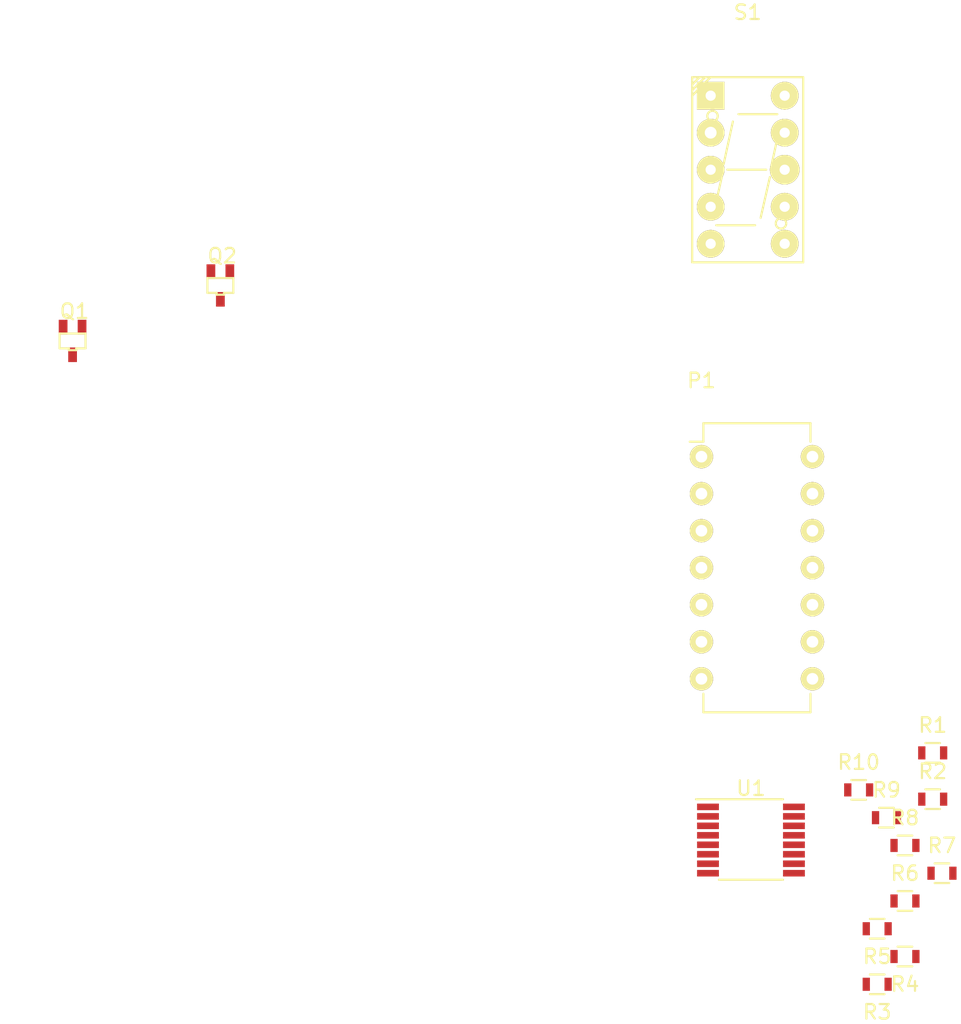
<source format=kicad_pcb>
(kicad_pcb (version 4) (host pcbnew 4.0.0-stable)

  (general
    (links 36)
    (no_connects 33)
    (area 0 0 0 0)
    (thickness 1.6)
    (drawings 0)
    (tracks 0)
    (zones 0)
    (modules 15)
    (nets 31)
  )

  (page A4)
  (layers
    (0 F.Cu signal)
    (31 B.Cu signal)
    (32 B.Adhes user)
    (33 F.Adhes user)
    (34 B.Paste user)
    (35 F.Paste user)
    (36 B.SilkS user)
    (37 F.SilkS user)
    (38 B.Mask user)
    (39 F.Mask user)
    (40 Dwgs.User user)
    (41 Cmts.User user)
    (42 Eco1.User user)
    (43 Eco2.User user)
    (44 Edge.Cuts user)
    (45 Margin user)
    (46 B.CrtYd user)
    (47 F.CrtYd user)
    (48 B.Fab user)
    (49 F.Fab user)
  )

  (setup
    (last_trace_width 0.25)
    (trace_clearance 0.2)
    (zone_clearance 0.508)
    (zone_45_only no)
    (trace_min 0.2)
    (segment_width 0.2)
    (edge_width 0.15)
    (via_size 0.6)
    (via_drill 0.4)
    (via_min_size 0.4)
    (via_min_drill 0.3)
    (uvia_size 0.3)
    (uvia_drill 0.1)
    (uvias_allowed no)
    (uvia_min_size 0.2)
    (uvia_min_drill 0.1)
    (pcb_text_width 0.3)
    (pcb_text_size 1.5 1.5)
    (mod_edge_width 0.15)
    (mod_text_size 1 1)
    (mod_text_width 0.15)
    (pad_size 1.524 1.524)
    (pad_drill 0.762)
    (pad_to_mask_clearance 0.2)
    (aux_axis_origin 0 0)
    (visible_elements FFFFFF7F)
    (pcbplotparams
      (layerselection 0x00030_80000001)
      (usegerberextensions false)
      (excludeedgelayer true)
      (linewidth 0.100000)
      (plotframeref false)
      (viasonmask false)
      (mode 1)
      (useauxorigin false)
      (hpglpennumber 1)
      (hpglpenspeed 20)
      (hpglpendiameter 15)
      (hpglpenoverlay 2)
      (psnegative false)
      (psa4output false)
      (plotreference true)
      (plotvalue true)
      (plotinvisibletext false)
      (padsonsilk false)
      (subtractmaskfromsilk false)
      (outputformat 1)
      (mirror false)
      (drillshape 1)
      (scaleselection 1)
      (outputdirectory ""))
  )

  (net 0 "")
  (net 1 +5V)
  (net 2 "Net-(P1-Pad2)")
  (net 3 "Net-(P1-Pad3)")
  (net 4 "Net-(P1-Pad4)")
  (net 5 "Net-(P1-Pad5)")
  (net 6 "Net-(P1-Pad6)")
  (net 7 GND)
  (net 8 "Net-(P1-Pad8)")
  (net 9 "Net-(P1-Pad9)")
  (net 10 "Net-(P1-Pad10)")
  (net 11 "Net-(P1-Pad11)")
  (net 12 "Net-(P1-Pad12)")
  (net 13 "Net-(P1-Pad13)")
  (net 14 VDD)
  (net 15 "Net-(Q1-Pad1)")
  (net 16 "Net-(R3-Pad1)")
  (net 17 "Net-(R3-Pad2)")
  (net 18 "Net-(R4-Pad1)")
  (net 19 "Net-(R4-Pad2)")
  (net 20 "Net-(R5-Pad1)")
  (net 21 "Net-(R5-Pad2)")
  (net 22 "Net-(R6-Pad1)")
  (net 23 "Net-(R6-Pad2)")
  (net 24 "Net-(R7-Pad1)")
  (net 25 "Net-(R7-Pad2)")
  (net 26 "Net-(R8-Pad1)")
  (net 27 "Net-(R8-Pad2)")
  (net 28 "Net-(R9-Pad1)")
  (net 29 "Net-(R9-Pad2)")
  (net 30 "Net-(R10-Pad1)")

  (net_class Default "This is the default net class."
    (clearance 0.2)
    (trace_width 0.25)
    (via_dia 0.6)
    (via_drill 0.4)
    (uvia_dia 0.3)
    (uvia_drill 0.1)
    (add_net +5V)
    (add_net GND)
    (add_net "Net-(P1-Pad10)")
    (add_net "Net-(P1-Pad11)")
    (add_net "Net-(P1-Pad12)")
    (add_net "Net-(P1-Pad13)")
    (add_net "Net-(P1-Pad2)")
    (add_net "Net-(P1-Pad3)")
    (add_net "Net-(P1-Pad4)")
    (add_net "Net-(P1-Pad5)")
    (add_net "Net-(P1-Pad6)")
    (add_net "Net-(P1-Pad8)")
    (add_net "Net-(P1-Pad9)")
    (add_net "Net-(Q1-Pad1)")
    (add_net "Net-(R10-Pad1)")
    (add_net "Net-(R3-Pad1)")
    (add_net "Net-(R3-Pad2)")
    (add_net "Net-(R4-Pad1)")
    (add_net "Net-(R4-Pad2)")
    (add_net "Net-(R5-Pad1)")
    (add_net "Net-(R5-Pad2)")
    (add_net "Net-(R6-Pad1)")
    (add_net "Net-(R6-Pad2)")
    (add_net "Net-(R7-Pad1)")
    (add_net "Net-(R7-Pad2)")
    (add_net "Net-(R8-Pad1)")
    (add_net "Net-(R8-Pad2)")
    (add_net "Net-(R9-Pad1)")
    (add_net "Net-(R9-Pad2)")
    (add_net VDD)
  )

  (module Housings_DIP:DIP-14_W7.62mm (layer F.Cu) (tedit 54130A77) (tstamp 57E048B9)
    (at 180.975 99.06)
    (descr "14-lead dip package, row spacing 7.62 mm (300 mils)")
    (tags "dil dip 2.54 300")
    (path /57E00234)
    (fp_text reference P1 (at 0 -5.22) (layer F.SilkS)
      (effects (font (size 1 1) (thickness 0.15)))
    )
    (fp_text value DIL14 (at 0 -3.72) (layer F.Fab)
      (effects (font (size 1 1) (thickness 0.15)))
    )
    (fp_line (start -1.05 -2.45) (end -1.05 17.7) (layer F.CrtYd) (width 0.05))
    (fp_line (start 8.65 -2.45) (end 8.65 17.7) (layer F.CrtYd) (width 0.05))
    (fp_line (start -1.05 -2.45) (end 8.65 -2.45) (layer F.CrtYd) (width 0.05))
    (fp_line (start -1.05 17.7) (end 8.65 17.7) (layer F.CrtYd) (width 0.05))
    (fp_line (start 0.135 -2.295) (end 0.135 -1.025) (layer F.SilkS) (width 0.15))
    (fp_line (start 7.485 -2.295) (end 7.485 -1.025) (layer F.SilkS) (width 0.15))
    (fp_line (start 7.485 17.535) (end 7.485 16.265) (layer F.SilkS) (width 0.15))
    (fp_line (start 0.135 17.535) (end 0.135 16.265) (layer F.SilkS) (width 0.15))
    (fp_line (start 0.135 -2.295) (end 7.485 -2.295) (layer F.SilkS) (width 0.15))
    (fp_line (start 0.135 17.535) (end 7.485 17.535) (layer F.SilkS) (width 0.15))
    (fp_line (start 0.135 -1.025) (end -0.8 -1.025) (layer F.SilkS) (width 0.15))
    (pad 1 thru_hole oval (at 0 0) (size 1.6 1.6) (drill 0.8) (layers *.Cu *.Mask F.SilkS)
      (net 1 +5V))
    (pad 2 thru_hole oval (at 0 2.54) (size 1.6 1.6) (drill 0.8) (layers *.Cu *.Mask F.SilkS)
      (net 2 "Net-(P1-Pad2)"))
    (pad 3 thru_hole oval (at 0 5.08) (size 1.6 1.6) (drill 0.8) (layers *.Cu *.Mask F.SilkS)
      (net 3 "Net-(P1-Pad3)"))
    (pad 4 thru_hole oval (at 0 7.62) (size 1.6 1.6) (drill 0.8) (layers *.Cu *.Mask F.SilkS)
      (net 4 "Net-(P1-Pad4)"))
    (pad 5 thru_hole oval (at 0 10.16) (size 1.6 1.6) (drill 0.8) (layers *.Cu *.Mask F.SilkS)
      (net 5 "Net-(P1-Pad5)"))
    (pad 6 thru_hole oval (at 0 12.7) (size 1.6 1.6) (drill 0.8) (layers *.Cu *.Mask F.SilkS)
      (net 6 "Net-(P1-Pad6)"))
    (pad 7 thru_hole oval (at 0 15.24) (size 1.6 1.6) (drill 0.8) (layers *.Cu *.Mask F.SilkS)
      (net 7 GND))
    (pad 8 thru_hole oval (at 7.62 15.24) (size 1.6 1.6) (drill 0.8) (layers *.Cu *.Mask F.SilkS)
      (net 8 "Net-(P1-Pad8)"))
    (pad 9 thru_hole oval (at 7.62 12.7) (size 1.6 1.6) (drill 0.8) (layers *.Cu *.Mask F.SilkS)
      (net 9 "Net-(P1-Pad9)"))
    (pad 10 thru_hole oval (at 7.62 10.16) (size 1.6 1.6) (drill 0.8) (layers *.Cu *.Mask F.SilkS)
      (net 10 "Net-(P1-Pad10)"))
    (pad 11 thru_hole oval (at 7.62 7.62) (size 1.6 1.6) (drill 0.8) (layers *.Cu *.Mask F.SilkS)
      (net 11 "Net-(P1-Pad11)"))
    (pad 12 thru_hole oval (at 7.62 5.08) (size 1.6 1.6) (drill 0.8) (layers *.Cu *.Mask F.SilkS)
      (net 12 "Net-(P1-Pad12)"))
    (pad 13 thru_hole oval (at 7.62 2.54) (size 1.6 1.6) (drill 0.8) (layers *.Cu *.Mask F.SilkS)
      (net 13 "Net-(P1-Pad13)"))
    (pad 14 thru_hole oval (at 7.62 0) (size 1.6 1.6) (drill 0.8) (layers *.Cu *.Mask F.SilkS)
      (net 14 VDD))
    (model Housings_DIP.3dshapes/DIP-14_W7.62mm.wrl
      (at (xyz 0 0 0))
      (scale (xyz 1 1 1))
      (rotate (xyz 0 0 0))
    )
  )

  (module TO_SOT_Packages_SMD:SOT-323 (layer F.Cu) (tedit 0) (tstamp 57E048C0)
    (at 137.81024 91.11996)
    (tags "SMD SOT")
    (path /57E026D3)
    (attr smd)
    (fp_text reference Q1 (at 0.127 -2.032) (layer F.SilkS)
      (effects (font (size 1 1) (thickness 0.15)))
    )
    (fp_text value Q_NMOS_DGS (at 0 0) (layer F.Fab)
      (effects (font (size 1 1) (thickness 0.15)))
    )
    (fp_line (start 0.254 0.508) (end 0.889 0.508) (layer F.SilkS) (width 0.15))
    (fp_line (start 0.889 0.508) (end 0.889 -0.508) (layer F.SilkS) (width 0.15))
    (fp_line (start -0.889 -0.508) (end -0.889 0.508) (layer F.SilkS) (width 0.15))
    (fp_line (start -0.889 0.508) (end -0.254 0.508) (layer F.SilkS) (width 0.15))
    (fp_line (start 0.254 0.635) (end 0.254 0.508) (layer F.SilkS) (width 0.15))
    (fp_line (start -0.254 0.508) (end -0.254 0.635) (layer F.SilkS) (width 0.15))
    (fp_line (start 0.889 -0.508) (end -0.889 -0.508) (layer F.SilkS) (width 0.15))
    (fp_line (start -0.254 0.635) (end 0.254 0.635) (layer F.SilkS) (width 0.15))
    (pad 2 smd rect (at -0.65024 -0.94996) (size 0.59944 1.00076) (layers F.Cu F.Paste F.Mask)
      (net 10 "Net-(P1-Pad10)"))
    (pad 1 smd rect (at 0.65024 -0.94996) (size 0.59944 1.00076) (layers F.Cu F.Paste F.Mask)
      (net 15 "Net-(Q1-Pad1)"))
    (pad 3 smd rect (at 0 0.94996) (size 0.59944 1.00076) (layers F.Cu F.Paste F.Mask)
      (net 7 GND))
    (model TO_SOT_Packages_SMD.3dshapes/SOT-323.wrl
      (at (xyz 0 0 0.001))
      (scale (xyz 0.3937 0.3937 0.3937))
      (rotate (xyz 0 0 0))
    )
  )

  (module TO_SOT_Packages_SMD:SOT-323 (layer F.Cu) (tedit 0) (tstamp 57E048C7)
    (at 147.955 87.31504)
    (tags "SMD SOT")
    (path /57E0271C)
    (attr smd)
    (fp_text reference Q2 (at 0.127 -2.032) (layer F.SilkS)
      (effects (font (size 1 1) (thickness 0.15)))
    )
    (fp_text value Q_NMOS_DGS (at 0 0) (layer F.Fab)
      (effects (font (size 1 1) (thickness 0.15)))
    )
    (fp_line (start 0.254 0.508) (end 0.889 0.508) (layer F.SilkS) (width 0.15))
    (fp_line (start 0.889 0.508) (end 0.889 -0.508) (layer F.SilkS) (width 0.15))
    (fp_line (start -0.889 -0.508) (end -0.889 0.508) (layer F.SilkS) (width 0.15))
    (fp_line (start -0.889 0.508) (end -0.254 0.508) (layer F.SilkS) (width 0.15))
    (fp_line (start 0.254 0.635) (end 0.254 0.508) (layer F.SilkS) (width 0.15))
    (fp_line (start -0.254 0.508) (end -0.254 0.635) (layer F.SilkS) (width 0.15))
    (fp_line (start 0.889 -0.508) (end -0.889 -0.508) (layer F.SilkS) (width 0.15))
    (fp_line (start -0.254 0.635) (end 0.254 0.635) (layer F.SilkS) (width 0.15))
    (pad 2 smd rect (at -0.65024 -0.94996) (size 0.59944 1.00076) (layers F.Cu F.Paste F.Mask)
      (net 4 "Net-(P1-Pad4)"))
    (pad 1 smd rect (at 0.65024 -0.94996) (size 0.59944 1.00076) (layers F.Cu F.Paste F.Mask)
      (net 15 "Net-(Q1-Pad1)"))
    (pad 3 smd rect (at 0 0.94996) (size 0.59944 1.00076) (layers F.Cu F.Paste F.Mask)
      (net 7 GND))
    (model TO_SOT_Packages_SMD.3dshapes/SOT-323.wrl
      (at (xyz 0 0 0.001))
      (scale (xyz 0.3937 0.3937 0.3937))
      (rotate (xyz 0 0 0))
    )
  )

  (module Resistors_SMD:R_0603 (layer F.Cu) (tedit 5415CC62) (tstamp 57E048CD)
    (at 196.85 119.38)
    (descr "Resistor SMD 0603, reflow soldering, Vishay (see dcrcw.pdf)")
    (tags "resistor 0603")
    (path /57E02906)
    (attr smd)
    (fp_text reference R1 (at 0 -1.9) (layer F.SilkS)
      (effects (font (size 1 1) (thickness 0.15)))
    )
    (fp_text value R (at 0 1.9) (layer F.Fab)
      (effects (font (size 1 1) (thickness 0.15)))
    )
    (fp_line (start -1.3 -0.8) (end 1.3 -0.8) (layer F.CrtYd) (width 0.05))
    (fp_line (start -1.3 0.8) (end 1.3 0.8) (layer F.CrtYd) (width 0.05))
    (fp_line (start -1.3 -0.8) (end -1.3 0.8) (layer F.CrtYd) (width 0.05))
    (fp_line (start 1.3 -0.8) (end 1.3 0.8) (layer F.CrtYd) (width 0.05))
    (fp_line (start 0.5 0.675) (end -0.5 0.675) (layer F.SilkS) (width 0.15))
    (fp_line (start -0.5 -0.675) (end 0.5 -0.675) (layer F.SilkS) (width 0.15))
    (pad 1 smd rect (at -0.75 0) (size 0.5 0.9) (layers F.Cu F.Paste F.Mask)
      (net 10 "Net-(P1-Pad10)"))
    (pad 2 smd rect (at 0.75 0) (size 0.5 0.9) (layers F.Cu F.Paste F.Mask)
      (net 7 GND))
    (model Resistors_SMD.3dshapes/R_0603.wrl
      (at (xyz 0 0 0))
      (scale (xyz 1 1 1))
      (rotate (xyz 0 0 0))
    )
  )

  (module Resistors_SMD:R_0603 (layer F.Cu) (tedit 5415CC62) (tstamp 57E048D3)
    (at 196.85 122.555)
    (descr "Resistor SMD 0603, reflow soldering, Vishay (see dcrcw.pdf)")
    (tags "resistor 0603")
    (path /57E02947)
    (attr smd)
    (fp_text reference R2 (at 0 -1.9) (layer F.SilkS)
      (effects (font (size 1 1) (thickness 0.15)))
    )
    (fp_text value R (at 0 1.9) (layer F.Fab)
      (effects (font (size 1 1) (thickness 0.15)))
    )
    (fp_line (start -1.3 -0.8) (end 1.3 -0.8) (layer F.CrtYd) (width 0.05))
    (fp_line (start -1.3 0.8) (end 1.3 0.8) (layer F.CrtYd) (width 0.05))
    (fp_line (start -1.3 -0.8) (end -1.3 0.8) (layer F.CrtYd) (width 0.05))
    (fp_line (start 1.3 -0.8) (end 1.3 0.8) (layer F.CrtYd) (width 0.05))
    (fp_line (start 0.5 0.675) (end -0.5 0.675) (layer F.SilkS) (width 0.15))
    (fp_line (start -0.5 -0.675) (end 0.5 -0.675) (layer F.SilkS) (width 0.15))
    (pad 1 smd rect (at -0.75 0) (size 0.5 0.9) (layers F.Cu F.Paste F.Mask)
      (net 4 "Net-(P1-Pad4)"))
    (pad 2 smd rect (at 0.75 0) (size 0.5 0.9) (layers F.Cu F.Paste F.Mask)
      (net 7 GND))
    (model Resistors_SMD.3dshapes/R_0603.wrl
      (at (xyz 0 0 0))
      (scale (xyz 1 1 1))
      (rotate (xyz 0 0 0))
    )
  )

  (module Resistors_SMD:R_0603 (layer F.Cu) (tedit 5415CC62) (tstamp 57E048D9)
    (at 193.04 135.255 180)
    (descr "Resistor SMD 0603, reflow soldering, Vishay (see dcrcw.pdf)")
    (tags "resistor 0603")
    (path /57DEBD77)
    (attr smd)
    (fp_text reference R3 (at 0 -1.9 180) (layer F.SilkS)
      (effects (font (size 1 1) (thickness 0.15)))
    )
    (fp_text value R (at 0 1.9 180) (layer F.Fab)
      (effects (font (size 1 1) (thickness 0.15)))
    )
    (fp_line (start -1.3 -0.8) (end 1.3 -0.8) (layer F.CrtYd) (width 0.05))
    (fp_line (start -1.3 0.8) (end 1.3 0.8) (layer F.CrtYd) (width 0.05))
    (fp_line (start -1.3 -0.8) (end -1.3 0.8) (layer F.CrtYd) (width 0.05))
    (fp_line (start 1.3 -0.8) (end 1.3 0.8) (layer F.CrtYd) (width 0.05))
    (fp_line (start 0.5 0.675) (end -0.5 0.675) (layer F.SilkS) (width 0.15))
    (fp_line (start -0.5 -0.675) (end 0.5 -0.675) (layer F.SilkS) (width 0.15))
    (pad 1 smd rect (at -0.75 0 180) (size 0.5 0.9) (layers F.Cu F.Paste F.Mask)
      (net 16 "Net-(R3-Pad1)"))
    (pad 2 smd rect (at 0.75 0 180) (size 0.5 0.9) (layers F.Cu F.Paste F.Mask)
      (net 17 "Net-(R3-Pad2)"))
    (model Resistors_SMD.3dshapes/R_0603.wrl
      (at (xyz 0 0 0))
      (scale (xyz 1 1 1))
      (rotate (xyz 0 0 0))
    )
  )

  (module Resistors_SMD:R_0603 (layer F.Cu) (tedit 5415CC62) (tstamp 57E048DF)
    (at 194.945 133.35 180)
    (descr "Resistor SMD 0603, reflow soldering, Vishay (see dcrcw.pdf)")
    (tags "resistor 0603")
    (path /57DEBDD4)
    (attr smd)
    (fp_text reference R4 (at 0 -1.9 180) (layer F.SilkS)
      (effects (font (size 1 1) (thickness 0.15)))
    )
    (fp_text value R (at 0 1.9 180) (layer F.Fab)
      (effects (font (size 1 1) (thickness 0.15)))
    )
    (fp_line (start -1.3 -0.8) (end 1.3 -0.8) (layer F.CrtYd) (width 0.05))
    (fp_line (start -1.3 0.8) (end 1.3 0.8) (layer F.CrtYd) (width 0.05))
    (fp_line (start -1.3 -0.8) (end -1.3 0.8) (layer F.CrtYd) (width 0.05))
    (fp_line (start 1.3 -0.8) (end 1.3 0.8) (layer F.CrtYd) (width 0.05))
    (fp_line (start 0.5 0.675) (end -0.5 0.675) (layer F.SilkS) (width 0.15))
    (fp_line (start -0.5 -0.675) (end 0.5 -0.675) (layer F.SilkS) (width 0.15))
    (pad 1 smd rect (at -0.75 0 180) (size 0.5 0.9) (layers F.Cu F.Paste F.Mask)
      (net 18 "Net-(R4-Pad1)"))
    (pad 2 smd rect (at 0.75 0 180) (size 0.5 0.9) (layers F.Cu F.Paste F.Mask)
      (net 19 "Net-(R4-Pad2)"))
    (model Resistors_SMD.3dshapes/R_0603.wrl
      (at (xyz 0 0 0))
      (scale (xyz 1 1 1))
      (rotate (xyz 0 0 0))
    )
  )

  (module Resistors_SMD:R_0603 (layer F.Cu) (tedit 5415CC62) (tstamp 57E048E5)
    (at 193.04 131.445 180)
    (descr "Resistor SMD 0603, reflow soldering, Vishay (see dcrcw.pdf)")
    (tags "resistor 0603")
    (path /57DEBE38)
    (attr smd)
    (fp_text reference R5 (at 0 -1.9 180) (layer F.SilkS)
      (effects (font (size 1 1) (thickness 0.15)))
    )
    (fp_text value R (at 0 1.9 180) (layer F.Fab)
      (effects (font (size 1 1) (thickness 0.15)))
    )
    (fp_line (start -1.3 -0.8) (end 1.3 -0.8) (layer F.CrtYd) (width 0.05))
    (fp_line (start -1.3 0.8) (end 1.3 0.8) (layer F.CrtYd) (width 0.05))
    (fp_line (start -1.3 -0.8) (end -1.3 0.8) (layer F.CrtYd) (width 0.05))
    (fp_line (start 1.3 -0.8) (end 1.3 0.8) (layer F.CrtYd) (width 0.05))
    (fp_line (start 0.5 0.675) (end -0.5 0.675) (layer F.SilkS) (width 0.15))
    (fp_line (start -0.5 -0.675) (end 0.5 -0.675) (layer F.SilkS) (width 0.15))
    (pad 1 smd rect (at -0.75 0 180) (size 0.5 0.9) (layers F.Cu F.Paste F.Mask)
      (net 20 "Net-(R5-Pad1)"))
    (pad 2 smd rect (at 0.75 0 180) (size 0.5 0.9) (layers F.Cu F.Paste F.Mask)
      (net 21 "Net-(R5-Pad2)"))
    (model Resistors_SMD.3dshapes/R_0603.wrl
      (at (xyz 0 0 0))
      (scale (xyz 1 1 1))
      (rotate (xyz 0 0 0))
    )
  )

  (module Resistors_SMD:R_0603 (layer F.Cu) (tedit 5415CC62) (tstamp 57E048EB)
    (at 194.945 129.54)
    (descr "Resistor SMD 0603, reflow soldering, Vishay (see dcrcw.pdf)")
    (tags "resistor 0603")
    (path /57DEBEB6)
    (attr smd)
    (fp_text reference R6 (at 0 -1.9) (layer F.SilkS)
      (effects (font (size 1 1) (thickness 0.15)))
    )
    (fp_text value R (at 0 1.9) (layer F.Fab)
      (effects (font (size 1 1) (thickness 0.15)))
    )
    (fp_line (start -1.3 -0.8) (end 1.3 -0.8) (layer F.CrtYd) (width 0.05))
    (fp_line (start -1.3 0.8) (end 1.3 0.8) (layer F.CrtYd) (width 0.05))
    (fp_line (start -1.3 -0.8) (end -1.3 0.8) (layer F.CrtYd) (width 0.05))
    (fp_line (start 1.3 -0.8) (end 1.3 0.8) (layer F.CrtYd) (width 0.05))
    (fp_line (start 0.5 0.675) (end -0.5 0.675) (layer F.SilkS) (width 0.15))
    (fp_line (start -0.5 -0.675) (end 0.5 -0.675) (layer F.SilkS) (width 0.15))
    (pad 1 smd rect (at -0.75 0) (size 0.5 0.9) (layers F.Cu F.Paste F.Mask)
      (net 22 "Net-(R6-Pad1)"))
    (pad 2 smd rect (at 0.75 0) (size 0.5 0.9) (layers F.Cu F.Paste F.Mask)
      (net 23 "Net-(R6-Pad2)"))
    (model Resistors_SMD.3dshapes/R_0603.wrl
      (at (xyz 0 0 0))
      (scale (xyz 1 1 1))
      (rotate (xyz 0 0 0))
    )
  )

  (module Resistors_SMD:R_0603 (layer F.Cu) (tedit 5415CC62) (tstamp 57E048F1)
    (at 197.485 127.635)
    (descr "Resistor SMD 0603, reflow soldering, Vishay (see dcrcw.pdf)")
    (tags "resistor 0603")
    (path /57DEBDAF)
    (attr smd)
    (fp_text reference R7 (at 0 -1.9) (layer F.SilkS)
      (effects (font (size 1 1) (thickness 0.15)))
    )
    (fp_text value R (at 0 1.9) (layer F.Fab)
      (effects (font (size 1 1) (thickness 0.15)))
    )
    (fp_line (start -1.3 -0.8) (end 1.3 -0.8) (layer F.CrtYd) (width 0.05))
    (fp_line (start -1.3 0.8) (end 1.3 0.8) (layer F.CrtYd) (width 0.05))
    (fp_line (start -1.3 -0.8) (end -1.3 0.8) (layer F.CrtYd) (width 0.05))
    (fp_line (start 1.3 -0.8) (end 1.3 0.8) (layer F.CrtYd) (width 0.05))
    (fp_line (start 0.5 0.675) (end -0.5 0.675) (layer F.SilkS) (width 0.15))
    (fp_line (start -0.5 -0.675) (end 0.5 -0.675) (layer F.SilkS) (width 0.15))
    (pad 1 smd rect (at -0.75 0) (size 0.5 0.9) (layers F.Cu F.Paste F.Mask)
      (net 24 "Net-(R7-Pad1)"))
    (pad 2 smd rect (at 0.75 0) (size 0.5 0.9) (layers F.Cu F.Paste F.Mask)
      (net 25 "Net-(R7-Pad2)"))
    (model Resistors_SMD.3dshapes/R_0603.wrl
      (at (xyz 0 0 0))
      (scale (xyz 1 1 1))
      (rotate (xyz 0 0 0))
    )
  )

  (module Resistors_SMD:R_0603 (layer F.Cu) (tedit 5415CC62) (tstamp 57E048F7)
    (at 194.945 125.73)
    (descr "Resistor SMD 0603, reflow soldering, Vishay (see dcrcw.pdf)")
    (tags "resistor 0603")
    (path /57DEBDFA)
    (attr smd)
    (fp_text reference R8 (at 0 -1.9) (layer F.SilkS)
      (effects (font (size 1 1) (thickness 0.15)))
    )
    (fp_text value R (at 0 1.9) (layer F.Fab)
      (effects (font (size 1 1) (thickness 0.15)))
    )
    (fp_line (start -1.3 -0.8) (end 1.3 -0.8) (layer F.CrtYd) (width 0.05))
    (fp_line (start -1.3 0.8) (end 1.3 0.8) (layer F.CrtYd) (width 0.05))
    (fp_line (start -1.3 -0.8) (end -1.3 0.8) (layer F.CrtYd) (width 0.05))
    (fp_line (start 1.3 -0.8) (end 1.3 0.8) (layer F.CrtYd) (width 0.05))
    (fp_line (start 0.5 0.675) (end -0.5 0.675) (layer F.SilkS) (width 0.15))
    (fp_line (start -0.5 -0.675) (end 0.5 -0.675) (layer F.SilkS) (width 0.15))
    (pad 1 smd rect (at -0.75 0) (size 0.5 0.9) (layers F.Cu F.Paste F.Mask)
      (net 26 "Net-(R8-Pad1)"))
    (pad 2 smd rect (at 0.75 0) (size 0.5 0.9) (layers F.Cu F.Paste F.Mask)
      (net 27 "Net-(R8-Pad2)"))
    (model Resistors_SMD.3dshapes/R_0603.wrl
      (at (xyz 0 0 0))
      (scale (xyz 1 1 1))
      (rotate (xyz 0 0 0))
    )
  )

  (module Resistors_SMD:R_0603 (layer F.Cu) (tedit 5415CC62) (tstamp 57E048FD)
    (at 193.675 123.825)
    (descr "Resistor SMD 0603, reflow soldering, Vishay (see dcrcw.pdf)")
    (tags "resistor 0603")
    (path /57DEBE84)
    (attr smd)
    (fp_text reference R9 (at 0 -1.9) (layer F.SilkS)
      (effects (font (size 1 1) (thickness 0.15)))
    )
    (fp_text value R (at 0 1.9) (layer F.Fab)
      (effects (font (size 1 1) (thickness 0.15)))
    )
    (fp_line (start -1.3 -0.8) (end 1.3 -0.8) (layer F.CrtYd) (width 0.05))
    (fp_line (start -1.3 0.8) (end 1.3 0.8) (layer F.CrtYd) (width 0.05))
    (fp_line (start -1.3 -0.8) (end -1.3 0.8) (layer F.CrtYd) (width 0.05))
    (fp_line (start 1.3 -0.8) (end 1.3 0.8) (layer F.CrtYd) (width 0.05))
    (fp_line (start 0.5 0.675) (end -0.5 0.675) (layer F.SilkS) (width 0.15))
    (fp_line (start -0.5 -0.675) (end 0.5 -0.675) (layer F.SilkS) (width 0.15))
    (pad 1 smd rect (at -0.75 0) (size 0.5 0.9) (layers F.Cu F.Paste F.Mask)
      (net 28 "Net-(R9-Pad1)"))
    (pad 2 smd rect (at 0.75 0) (size 0.5 0.9) (layers F.Cu F.Paste F.Mask)
      (net 29 "Net-(R9-Pad2)"))
    (model Resistors_SMD.3dshapes/R_0603.wrl
      (at (xyz 0 0 0))
      (scale (xyz 1 1 1))
      (rotate (xyz 0 0 0))
    )
  )

  (module Resistors_SMD:R_0603 (layer F.Cu) (tedit 5415CC62) (tstamp 57E04903)
    (at 191.77 121.92)
    (descr "Resistor SMD 0603, reflow soldering, Vishay (see dcrcw.pdf)")
    (tags "resistor 0603")
    (path /57E0311F)
    (attr smd)
    (fp_text reference R10 (at 0 -1.9) (layer F.SilkS)
      (effects (font (size 1 1) (thickness 0.15)))
    )
    (fp_text value R (at 0 1.9) (layer F.Fab)
      (effects (font (size 1 1) (thickness 0.15)))
    )
    (fp_line (start -1.3 -0.8) (end 1.3 -0.8) (layer F.CrtYd) (width 0.05))
    (fp_line (start -1.3 0.8) (end 1.3 0.8) (layer F.CrtYd) (width 0.05))
    (fp_line (start -1.3 -0.8) (end -1.3 0.8) (layer F.CrtYd) (width 0.05))
    (fp_line (start 1.3 -0.8) (end 1.3 0.8) (layer F.CrtYd) (width 0.05))
    (fp_line (start 0.5 0.675) (end -0.5 0.675) (layer F.SilkS) (width 0.15))
    (fp_line (start -0.5 -0.675) (end 0.5 -0.675) (layer F.SilkS) (width 0.15))
    (pad 1 smd rect (at -0.75 0) (size 0.5 0.9) (layers F.Cu F.Paste F.Mask)
      (net 30 "Net-(R10-Pad1)"))
    (pad 2 smd rect (at 0.75 0) (size 0.5 0.9) (layers F.Cu F.Paste F.Mask)
      (net 15 "Net-(Q1-Pad1)"))
    (model Resistors_SMD.3dshapes/R_0603.wrl
      (at (xyz 0 0 0))
      (scale (xyz 1 1 1))
      (rotate (xyz 0 0 0))
    )
  )

  (module Displays_7-Segment:HDSP-78xx (layer F.Cu) (tedit 0) (tstamp 57E04912)
    (at 184.15 79.375)
    (descr "Afficheur 7 segments")
    (tags AFFICHEUR)
    (path /57DA1C00)
    (fp_text reference S1 (at 0 -10.795) (layer F.SilkS)
      (effects (font (size 1 1) (thickness 0.15)))
    )
    (fp_text value 7SEGM (at 0.635 10.795) (layer F.Fab)
      (effects (font (size 1 1) (thickness 0.15)))
    )
    (fp_line (start -3.81 -5.08) (end -2.54 -6.35) (layer F.SilkS) (width 0.15))
    (fp_circle (center -2.413 -3.683) (end -2.159 -3.429) (layer F.SilkS) (width 0.15))
    (fp_circle (center 2.286 3.683) (end 2.54 3.937) (layer F.SilkS) (width 0.15))
    (fp_line (start -2.413 3.302) (end -1.778 0.508) (layer F.SilkS) (width 0.15))
    (fp_line (start 0.889 3.302) (end 1.524 0.508) (layer F.SilkS) (width 0.15))
    (fp_line (start 1.651 -0.381) (end 2.286 -3.302) (layer F.SilkS) (width 0.15))
    (fp_line (start -1.651 -0.381) (end -1.016 -3.302) (layer F.SilkS) (width 0.15))
    (fp_line (start -2.159 3.81) (end 0.508 3.81) (layer F.SilkS) (width 0.15))
    (fp_line (start -0.635 -3.81) (end 2.032 -3.81) (layer F.SilkS) (width 0.15))
    (fp_line (start -1.397 0) (end 1.27 0) (layer F.SilkS) (width 0.15))
    (fp_line (start -3.81 -5.842) (end -3.302 -6.35) (layer F.SilkS) (width 0.15))
    (fp_line (start -3.81 -5.461) (end -2.921 -6.35) (layer F.SilkS) (width 0.15))
    (fp_line (start 3.81 -6.35) (end -3.81 -6.35) (layer F.SilkS) (width 0.15))
    (fp_line (start -3.81 -6.35) (end -3.81 6.35) (layer F.SilkS) (width 0.15))
    (fp_line (start -3.81 6.35) (end 3.81 6.35) (layer F.SilkS) (width 0.15))
    (fp_line (start 3.81 6.35) (end 3.81 -6.35) (layer F.SilkS) (width 0.15))
    (pad 1 thru_hole rect (at -2.54 -5.08) (size 1.89992 1.89992) (drill 0.70104) (layers *.Cu *.Mask F.SilkS)
      (net 20 "Net-(R5-Pad1)"))
    (pad 2 thru_hole circle (at -2.54 -2.54) (size 1.89992 1.89992) (drill 0.70104) (layers *.Cu *.Mask F.SilkS)
      (net 26 "Net-(R8-Pad1)"))
    (pad 3 thru_hole circle (at -2.54 0) (size 1.89992 1.89992) (drill 0.70104) (layers *.Cu *.Mask F.SilkS)
      (net 1 +5V))
    (pad 4 thru_hole circle (at -2.54 2.54) (size 1.89992 1.89992) (drill 0.70104) (layers *.Cu *.Mask F.SilkS)
      (net 18 "Net-(R4-Pad1)"))
    (pad 5 thru_hole circle (at -2.54 5.08) (size 1.89992 1.89992) (drill 0.70104) (layers *.Cu *.Mask F.SilkS)
      (net 30 "Net-(R10-Pad1)"))
    (pad 6 thru_hole circle (at 2.54 5.08) (size 1.89992 1.89992) (drill 0.70104) (layers *.Cu *.Mask F.SilkS)
      (net 24 "Net-(R7-Pad1)"))
    (pad 7 thru_hole circle (at 2.54 2.54) (size 1.89992 1.89992) (drill 0.70104) (layers *.Cu *.Mask F.SilkS)
      (net 16 "Net-(R3-Pad1)"))
    (pad 8 thru_hole circle (at 2.54 0) (size 2.032 2.032) (drill 0.70104) (layers *.Cu *.Mask F.SilkS)
      (net 1 +5V))
    (pad 9 thru_hole circle (at 2.54 -2.54) (size 1.89992 1.89992) (drill 0.70104) (layers *.Cu *.Mask F.SilkS)
      (net 28 "Net-(R9-Pad1)"))
    (pad 10 thru_hole circle (at 2.54 -5.08) (size 1.89992 1.89992) (drill 0.70104) (layers *.Cu *.Mask F.SilkS)
      (net 22 "Net-(R6-Pad1)"))
    (pad "" thru_hole circle (at -2.54 -2.54) (size 1.397 1.397) (drill 0.8128) (layers *.Cu *.Mask F.SilkS))
  )

  (module Housings_SSOP:TSSOP-16_4.4x5mm_Pitch0.65mm (layer F.Cu) (tedit 54130A77) (tstamp 57E04926)
    (at 184.375 125.36)
    (descr "16-Lead Plastic Thin Shrink Small Outline (ST)-4.4 mm Body [TSSOP] (see Microchip Packaging Specification 00000049BS.pdf)")
    (tags "SSOP 0.65")
    (path /57DEBCF8)
    (attr smd)
    (fp_text reference U1 (at 0 -3.55) (layer F.SilkS)
      (effects (font (size 1 1) (thickness 0.15)))
    )
    (fp_text value CD4543 (at 0 3.55) (layer F.Fab)
      (effects (font (size 1 1) (thickness 0.15)))
    )
    (fp_circle (center -1.75 -2) (end -2 -2) (layer F.Fab) (width 0.15))
    (fp_line (start -2.2 2.5) (end -2.2 -2.5) (layer F.Fab) (width 0.15))
    (fp_line (start 2.2 2.5) (end -2.2 2.5) (layer F.Fab) (width 0.15))
    (fp_line (start 2.2 -2.5) (end 2.2 2.5) (layer F.Fab) (width 0.15))
    (fp_line (start -2.2 -2.5) (end 2.2 -2.5) (layer F.Fab) (width 0.15))
    (fp_line (start -3.95 -2.9) (end -3.95 2.8) (layer F.CrtYd) (width 0.05))
    (fp_line (start 3.95 -2.9) (end 3.95 2.8) (layer F.CrtYd) (width 0.05))
    (fp_line (start -3.95 -2.9) (end 3.95 -2.9) (layer F.CrtYd) (width 0.05))
    (fp_line (start -3.95 2.8) (end 3.95 2.8) (layer F.CrtYd) (width 0.05))
    (fp_line (start -2.2 2.725) (end 2.2 2.725) (layer F.SilkS) (width 0.15))
    (fp_line (start -3.775 -2.8) (end 2.2 -2.8) (layer F.SilkS) (width 0.15))
    (pad 1 smd rect (at -2.95 -2.275) (size 1.5 0.45) (layers F.Cu F.Paste F.Mask)
      (net 5 "Net-(P1-Pad5)"))
    (pad 2 smd rect (at -2.95 -1.625) (size 1.5 0.45) (layers F.Cu F.Paste F.Mask)
      (net 13 "Net-(P1-Pad13)"))
    (pad 3 smd rect (at -2.95 -0.975) (size 1.5 0.45) (layers F.Cu F.Paste F.Mask)
      (net 2 "Net-(P1-Pad2)"))
    (pad 4 smd rect (at -2.95 -0.325) (size 1.5 0.45) (layers F.Cu F.Paste F.Mask)
      (net 12 "Net-(P1-Pad12)"))
    (pad 5 smd rect (at -2.95 0.325) (size 1.5 0.45) (layers F.Cu F.Paste F.Mask)
      (net 3 "Net-(P1-Pad3)"))
    (pad 6 smd rect (at -2.95 0.975) (size 1.5 0.45) (layers F.Cu F.Paste F.Mask)
      (net 7 GND))
    (pad 7 smd rect (at -2.95 1.625) (size 1.5 0.45) (layers F.Cu F.Paste F.Mask)
      (net 8 "Net-(P1-Pad8)"))
    (pad 8 smd rect (at -2.95 2.275) (size 1.5 0.45) (layers F.Cu F.Paste F.Mask)
      (net 7 GND))
    (pad 9 smd rect (at 2.95 2.275) (size 1.5 0.45) (layers F.Cu F.Paste F.Mask)
      (net 17 "Net-(R3-Pad2)"))
    (pad 10 smd rect (at 2.95 1.625) (size 1.5 0.45) (layers F.Cu F.Paste F.Mask)
      (net 25 "Net-(R7-Pad2)"))
    (pad 11 smd rect (at 2.95 0.975) (size 1.5 0.45) (layers F.Cu F.Paste F.Mask)
      (net 19 "Net-(R4-Pad2)"))
    (pad 12 smd rect (at 2.95 0.325) (size 1.5 0.45) (layers F.Cu F.Paste F.Mask)
      (net 27 "Net-(R8-Pad2)"))
    (pad 13 smd rect (at 2.95 -0.325) (size 1.5 0.45) (layers F.Cu F.Paste F.Mask)
      (net 21 "Net-(R5-Pad2)"))
    (pad 14 smd rect (at 2.95 -0.975) (size 1.5 0.45) (layers F.Cu F.Paste F.Mask)
      (net 23 "Net-(R6-Pad2)"))
    (pad 15 smd rect (at 2.95 -1.625) (size 1.5 0.45) (layers F.Cu F.Paste F.Mask)
      (net 29 "Net-(R9-Pad2)"))
    (pad 16 smd rect (at 2.95 -2.275) (size 1.5 0.45) (layers F.Cu F.Paste F.Mask)
      (net 14 VDD))
    (model Housings_SSOP.3dshapes/TSSOP-16_4.4x5mm_Pitch0.65mm.wrl
      (at (xyz 0 0 0))
      (scale (xyz 1 1 1))
      (rotate (xyz 0 0 0))
    )
  )

)

</source>
